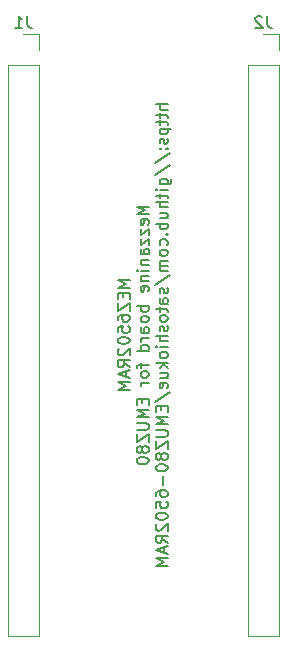
<source format=gbo>
G04 #@! TF.GenerationSoftware,KiCad,Pcbnew,(6.0.9-0)*
G04 #@! TF.CreationDate,2022-12-09T10:48:47+09:00*
G04 #@! TF.ProjectId,MEZ6502RAM,4d455a36-3530-4325-9241-4d2e6b696361,A*
G04 #@! TF.SameCoordinates,PX5f5e100PY8f0d180*
G04 #@! TF.FileFunction,Legend,Bot*
G04 #@! TF.FilePolarity,Positive*
%FSLAX46Y46*%
G04 Gerber Fmt 4.6, Leading zero omitted, Abs format (unit mm)*
G04 Created by KiCad (PCBNEW (6.0.9-0)) date 2022-12-09 10:48:47*
%MOMM*%
%LPD*%
G01*
G04 APERTURE LIST*
%ADD10C,0.150000*%
%ADD11C,0.120000*%
G04 APERTURE END LIST*
D10*
X14082380Y31336667D02*
X13082380Y31336667D01*
X13796666Y31003334D01*
X13082380Y30670000D01*
X14082380Y30670000D01*
X13558571Y30193810D02*
X13558571Y29860477D01*
X14082380Y29717620D02*
X14082380Y30193810D01*
X13082380Y30193810D01*
X13082380Y29717620D01*
X13082380Y29384286D02*
X13082380Y28717620D01*
X14082380Y29384286D01*
X14082380Y28717620D01*
X13082380Y27908096D02*
X13082380Y28098572D01*
X13130000Y28193810D01*
X13177619Y28241429D01*
X13320476Y28336667D01*
X13510952Y28384286D01*
X13891904Y28384286D01*
X13987142Y28336667D01*
X14034761Y28289048D01*
X14082380Y28193810D01*
X14082380Y28003334D01*
X14034761Y27908096D01*
X13987142Y27860477D01*
X13891904Y27812858D01*
X13653809Y27812858D01*
X13558571Y27860477D01*
X13510952Y27908096D01*
X13463333Y28003334D01*
X13463333Y28193810D01*
X13510952Y28289048D01*
X13558571Y28336667D01*
X13653809Y28384286D01*
X13082380Y26908096D02*
X13082380Y27384286D01*
X13558571Y27431905D01*
X13510952Y27384286D01*
X13463333Y27289048D01*
X13463333Y27050953D01*
X13510952Y26955715D01*
X13558571Y26908096D01*
X13653809Y26860477D01*
X13891904Y26860477D01*
X13987142Y26908096D01*
X14034761Y26955715D01*
X14082380Y27050953D01*
X14082380Y27289048D01*
X14034761Y27384286D01*
X13987142Y27431905D01*
X13082380Y26241429D02*
X13082380Y26146191D01*
X13130000Y26050953D01*
X13177619Y26003334D01*
X13272857Y25955715D01*
X13463333Y25908096D01*
X13701428Y25908096D01*
X13891904Y25955715D01*
X13987142Y26003334D01*
X14034761Y26050953D01*
X14082380Y26146191D01*
X14082380Y26241429D01*
X14034761Y26336667D01*
X13987142Y26384286D01*
X13891904Y26431905D01*
X13701428Y26479524D01*
X13463333Y26479524D01*
X13272857Y26431905D01*
X13177619Y26384286D01*
X13130000Y26336667D01*
X13082380Y26241429D01*
X13177619Y25527143D02*
X13130000Y25479524D01*
X13082380Y25384286D01*
X13082380Y25146191D01*
X13130000Y25050953D01*
X13177619Y25003334D01*
X13272857Y24955715D01*
X13368095Y24955715D01*
X13510952Y25003334D01*
X14082380Y25574762D01*
X14082380Y24955715D01*
X14082380Y23955715D02*
X13606190Y24289048D01*
X14082380Y24527143D02*
X13082380Y24527143D01*
X13082380Y24146191D01*
X13130000Y24050953D01*
X13177619Y24003334D01*
X13272857Y23955715D01*
X13415714Y23955715D01*
X13510952Y24003334D01*
X13558571Y24050953D01*
X13606190Y24146191D01*
X13606190Y24527143D01*
X13796666Y23574762D02*
X13796666Y23098572D01*
X14082380Y23670000D02*
X13082380Y23336667D01*
X14082380Y23003334D01*
X14082380Y22670000D02*
X13082380Y22670000D01*
X13796666Y22336667D01*
X13082380Y22003334D01*
X14082380Y22003334D01*
X15692380Y37550953D02*
X14692380Y37550953D01*
X15406666Y37217620D01*
X14692380Y36884286D01*
X15692380Y36884286D01*
X15644761Y36027143D02*
X15692380Y36122381D01*
X15692380Y36312858D01*
X15644761Y36408096D01*
X15549523Y36455715D01*
X15168571Y36455715D01*
X15073333Y36408096D01*
X15025714Y36312858D01*
X15025714Y36122381D01*
X15073333Y36027143D01*
X15168571Y35979524D01*
X15263809Y35979524D01*
X15359047Y36455715D01*
X15025714Y35646191D02*
X15025714Y35122381D01*
X15692380Y35646191D01*
X15692380Y35122381D01*
X15025714Y34836667D02*
X15025714Y34312858D01*
X15692380Y34836667D01*
X15692380Y34312858D01*
X15692380Y33503334D02*
X15168571Y33503334D01*
X15073333Y33550953D01*
X15025714Y33646191D01*
X15025714Y33836667D01*
X15073333Y33931905D01*
X15644761Y33503334D02*
X15692380Y33598572D01*
X15692380Y33836667D01*
X15644761Y33931905D01*
X15549523Y33979524D01*
X15454285Y33979524D01*
X15359047Y33931905D01*
X15311428Y33836667D01*
X15311428Y33598572D01*
X15263809Y33503334D01*
X15025714Y33027143D02*
X15692380Y33027143D01*
X15120952Y33027143D02*
X15073333Y32979524D01*
X15025714Y32884286D01*
X15025714Y32741429D01*
X15073333Y32646191D01*
X15168571Y32598572D01*
X15692380Y32598572D01*
X15692380Y32122381D02*
X15025714Y32122381D01*
X14692380Y32122381D02*
X14740000Y32170000D01*
X14787619Y32122381D01*
X14740000Y32074762D01*
X14692380Y32122381D01*
X14787619Y32122381D01*
X15025714Y31646191D02*
X15692380Y31646191D01*
X15120952Y31646191D02*
X15073333Y31598572D01*
X15025714Y31503334D01*
X15025714Y31360477D01*
X15073333Y31265239D01*
X15168571Y31217620D01*
X15692380Y31217620D01*
X15644761Y30360477D02*
X15692380Y30455715D01*
X15692380Y30646191D01*
X15644761Y30741429D01*
X15549523Y30789048D01*
X15168571Y30789048D01*
X15073333Y30741429D01*
X15025714Y30646191D01*
X15025714Y30455715D01*
X15073333Y30360477D01*
X15168571Y30312858D01*
X15263809Y30312858D01*
X15359047Y30789048D01*
X15692380Y29122381D02*
X14692380Y29122381D01*
X15073333Y29122381D02*
X15025714Y29027143D01*
X15025714Y28836667D01*
X15073333Y28741429D01*
X15120952Y28693810D01*
X15216190Y28646191D01*
X15501904Y28646191D01*
X15597142Y28693810D01*
X15644761Y28741429D01*
X15692380Y28836667D01*
X15692380Y29027143D01*
X15644761Y29122381D01*
X15692380Y28074762D02*
X15644761Y28170000D01*
X15597142Y28217620D01*
X15501904Y28265239D01*
X15216190Y28265239D01*
X15120952Y28217620D01*
X15073333Y28170000D01*
X15025714Y28074762D01*
X15025714Y27931905D01*
X15073333Y27836667D01*
X15120952Y27789048D01*
X15216190Y27741429D01*
X15501904Y27741429D01*
X15597142Y27789048D01*
X15644761Y27836667D01*
X15692380Y27931905D01*
X15692380Y28074762D01*
X15692380Y26884286D02*
X15168571Y26884286D01*
X15073333Y26931905D01*
X15025714Y27027143D01*
X15025714Y27217620D01*
X15073333Y27312858D01*
X15644761Y26884286D02*
X15692380Y26979524D01*
X15692380Y27217620D01*
X15644761Y27312858D01*
X15549523Y27360477D01*
X15454285Y27360477D01*
X15359047Y27312858D01*
X15311428Y27217620D01*
X15311428Y26979524D01*
X15263809Y26884286D01*
X15692380Y26408096D02*
X15025714Y26408096D01*
X15216190Y26408096D02*
X15120952Y26360477D01*
X15073333Y26312858D01*
X15025714Y26217620D01*
X15025714Y26122381D01*
X15692380Y25360477D02*
X14692380Y25360477D01*
X15644761Y25360477D02*
X15692380Y25455715D01*
X15692380Y25646191D01*
X15644761Y25741429D01*
X15597142Y25789048D01*
X15501904Y25836667D01*
X15216190Y25836667D01*
X15120952Y25789048D01*
X15073333Y25741429D01*
X15025714Y25646191D01*
X15025714Y25455715D01*
X15073333Y25360477D01*
X15025714Y24265239D02*
X15025714Y23884286D01*
X15692380Y24122381D02*
X14835238Y24122381D01*
X14740000Y24074762D01*
X14692380Y23979524D01*
X14692380Y23884286D01*
X15692380Y23408096D02*
X15644761Y23503334D01*
X15597142Y23550953D01*
X15501904Y23598572D01*
X15216190Y23598572D01*
X15120952Y23550953D01*
X15073333Y23503334D01*
X15025714Y23408096D01*
X15025714Y23265239D01*
X15073333Y23170000D01*
X15120952Y23122381D01*
X15216190Y23074762D01*
X15501904Y23074762D01*
X15597142Y23122381D01*
X15644761Y23170000D01*
X15692380Y23265239D01*
X15692380Y23408096D01*
X15692380Y22646191D02*
X15025714Y22646191D01*
X15216190Y22646191D02*
X15120952Y22598572D01*
X15073333Y22550953D01*
X15025714Y22455715D01*
X15025714Y22360477D01*
X15168571Y21265239D02*
X15168571Y20931905D01*
X15692380Y20789048D02*
X15692380Y21265239D01*
X14692380Y21265239D01*
X14692380Y20789048D01*
X15692380Y20360477D02*
X14692380Y20360477D01*
X15406666Y20027143D01*
X14692380Y19693810D01*
X15692380Y19693810D01*
X14692380Y19217620D02*
X15501904Y19217620D01*
X15597142Y19170000D01*
X15644761Y19122381D01*
X15692380Y19027143D01*
X15692380Y18836667D01*
X15644761Y18741429D01*
X15597142Y18693810D01*
X15501904Y18646191D01*
X14692380Y18646191D01*
X14692380Y18265239D02*
X14692380Y17598572D01*
X15692380Y18265239D01*
X15692380Y17598572D01*
X15120952Y17074762D02*
X15073333Y17170000D01*
X15025714Y17217620D01*
X14930476Y17265239D01*
X14882857Y17265239D01*
X14787619Y17217620D01*
X14740000Y17170000D01*
X14692380Y17074762D01*
X14692380Y16884286D01*
X14740000Y16789048D01*
X14787619Y16741429D01*
X14882857Y16693810D01*
X14930476Y16693810D01*
X15025714Y16741429D01*
X15073333Y16789048D01*
X15120952Y16884286D01*
X15120952Y17074762D01*
X15168571Y17170000D01*
X15216190Y17217620D01*
X15311428Y17265239D01*
X15501904Y17265239D01*
X15597142Y17217620D01*
X15644761Y17170000D01*
X15692380Y17074762D01*
X15692380Y16884286D01*
X15644761Y16789048D01*
X15597142Y16741429D01*
X15501904Y16693810D01*
X15311428Y16693810D01*
X15216190Y16741429D01*
X15168571Y16789048D01*
X15120952Y16884286D01*
X14692380Y16074762D02*
X14692380Y15979524D01*
X14740000Y15884286D01*
X14787619Y15836667D01*
X14882857Y15789048D01*
X15073333Y15741429D01*
X15311428Y15741429D01*
X15501904Y15789048D01*
X15597142Y15836667D01*
X15644761Y15884286D01*
X15692380Y15979524D01*
X15692380Y16074762D01*
X15644761Y16170000D01*
X15597142Y16217620D01*
X15501904Y16265239D01*
X15311428Y16312858D01*
X15073333Y16312858D01*
X14882857Y16265239D01*
X14787619Y16217620D01*
X14740000Y16170000D01*
X14692380Y16074762D01*
X17302380Y46193810D02*
X16302380Y46193810D01*
X17302380Y45765239D02*
X16778571Y45765239D01*
X16683333Y45812858D01*
X16635714Y45908096D01*
X16635714Y46050953D01*
X16683333Y46146191D01*
X16730952Y46193810D01*
X16635714Y45431905D02*
X16635714Y45050953D01*
X16302380Y45289048D02*
X17159523Y45289048D01*
X17254761Y45241429D01*
X17302380Y45146191D01*
X17302380Y45050953D01*
X16635714Y44860477D02*
X16635714Y44479524D01*
X16302380Y44717620D02*
X17159523Y44717620D01*
X17254761Y44670000D01*
X17302380Y44574762D01*
X17302380Y44479524D01*
X16635714Y44146191D02*
X17635714Y44146191D01*
X16683333Y44146191D02*
X16635714Y44050953D01*
X16635714Y43860477D01*
X16683333Y43765239D01*
X16730952Y43717620D01*
X16826190Y43670000D01*
X17111904Y43670000D01*
X17207142Y43717620D01*
X17254761Y43765239D01*
X17302380Y43860477D01*
X17302380Y44050953D01*
X17254761Y44146191D01*
X17254761Y43289048D02*
X17302380Y43193810D01*
X17302380Y43003334D01*
X17254761Y42908096D01*
X17159523Y42860477D01*
X17111904Y42860477D01*
X17016666Y42908096D01*
X16969047Y43003334D01*
X16969047Y43146191D01*
X16921428Y43241429D01*
X16826190Y43289048D01*
X16778571Y43289048D01*
X16683333Y43241429D01*
X16635714Y43146191D01*
X16635714Y43003334D01*
X16683333Y42908096D01*
X17207142Y42431905D02*
X17254761Y42384286D01*
X17302380Y42431905D01*
X17254761Y42479524D01*
X17207142Y42431905D01*
X17302380Y42431905D01*
X16683333Y42431905D02*
X16730952Y42384286D01*
X16778571Y42431905D01*
X16730952Y42479524D01*
X16683333Y42431905D01*
X16778571Y42431905D01*
X16254761Y41241429D02*
X17540476Y42098572D01*
X16254761Y40193810D02*
X17540476Y41050953D01*
X16635714Y39431905D02*
X17445238Y39431905D01*
X17540476Y39479524D01*
X17588095Y39527143D01*
X17635714Y39622381D01*
X17635714Y39765239D01*
X17588095Y39860477D01*
X17254761Y39431905D02*
X17302380Y39527143D01*
X17302380Y39717620D01*
X17254761Y39812858D01*
X17207142Y39860477D01*
X17111904Y39908096D01*
X16826190Y39908096D01*
X16730952Y39860477D01*
X16683333Y39812858D01*
X16635714Y39717620D01*
X16635714Y39527143D01*
X16683333Y39431905D01*
X17302380Y38955715D02*
X16635714Y38955715D01*
X16302380Y38955715D02*
X16350000Y39003334D01*
X16397619Y38955715D01*
X16350000Y38908096D01*
X16302380Y38955715D01*
X16397619Y38955715D01*
X16635714Y38622381D02*
X16635714Y38241429D01*
X16302380Y38479524D02*
X17159523Y38479524D01*
X17254761Y38431905D01*
X17302380Y38336667D01*
X17302380Y38241429D01*
X17302380Y37908096D02*
X16302380Y37908096D01*
X17302380Y37479524D02*
X16778571Y37479524D01*
X16683333Y37527143D01*
X16635714Y37622381D01*
X16635714Y37765239D01*
X16683333Y37860477D01*
X16730952Y37908096D01*
X16635714Y36574762D02*
X17302380Y36574762D01*
X16635714Y37003334D02*
X17159523Y37003334D01*
X17254761Y36955715D01*
X17302380Y36860477D01*
X17302380Y36717620D01*
X17254761Y36622381D01*
X17207142Y36574762D01*
X17302380Y36098572D02*
X16302380Y36098572D01*
X16683333Y36098572D02*
X16635714Y36003334D01*
X16635714Y35812858D01*
X16683333Y35717620D01*
X16730952Y35670000D01*
X16826190Y35622381D01*
X17111904Y35622381D01*
X17207142Y35670000D01*
X17254761Y35717620D01*
X17302380Y35812858D01*
X17302380Y36003334D01*
X17254761Y36098572D01*
X17207142Y35193810D02*
X17254761Y35146191D01*
X17302380Y35193810D01*
X17254761Y35241429D01*
X17207142Y35193810D01*
X17302380Y35193810D01*
X17254761Y34289048D02*
X17302380Y34384286D01*
X17302380Y34574762D01*
X17254761Y34670000D01*
X17207142Y34717620D01*
X17111904Y34765239D01*
X16826190Y34765239D01*
X16730952Y34717620D01*
X16683333Y34670000D01*
X16635714Y34574762D01*
X16635714Y34384286D01*
X16683333Y34289048D01*
X17302380Y33717620D02*
X17254761Y33812858D01*
X17207142Y33860477D01*
X17111904Y33908096D01*
X16826190Y33908096D01*
X16730952Y33860477D01*
X16683333Y33812858D01*
X16635714Y33717620D01*
X16635714Y33574762D01*
X16683333Y33479524D01*
X16730952Y33431905D01*
X16826190Y33384286D01*
X17111904Y33384286D01*
X17207142Y33431905D01*
X17254761Y33479524D01*
X17302380Y33574762D01*
X17302380Y33717620D01*
X17302380Y32955715D02*
X16635714Y32955715D01*
X16730952Y32955715D02*
X16683333Y32908096D01*
X16635714Y32812858D01*
X16635714Y32670000D01*
X16683333Y32574762D01*
X16778571Y32527143D01*
X17302380Y32527143D01*
X16778571Y32527143D02*
X16683333Y32479524D01*
X16635714Y32384286D01*
X16635714Y32241429D01*
X16683333Y32146191D01*
X16778571Y32098572D01*
X17302380Y32098572D01*
X16254761Y30908096D02*
X17540476Y31765239D01*
X17254761Y30622381D02*
X17302380Y30527143D01*
X17302380Y30336667D01*
X17254761Y30241429D01*
X17159523Y30193810D01*
X17111904Y30193810D01*
X17016666Y30241429D01*
X16969047Y30336667D01*
X16969047Y30479524D01*
X16921428Y30574762D01*
X16826190Y30622381D01*
X16778571Y30622381D01*
X16683333Y30574762D01*
X16635714Y30479524D01*
X16635714Y30336667D01*
X16683333Y30241429D01*
X17302380Y29336667D02*
X16778571Y29336667D01*
X16683333Y29384286D01*
X16635714Y29479524D01*
X16635714Y29670000D01*
X16683333Y29765239D01*
X17254761Y29336667D02*
X17302380Y29431905D01*
X17302380Y29670000D01*
X17254761Y29765239D01*
X17159523Y29812858D01*
X17064285Y29812858D01*
X16969047Y29765239D01*
X16921428Y29670000D01*
X16921428Y29431905D01*
X16873809Y29336667D01*
X16635714Y29003334D02*
X16635714Y28622381D01*
X16302380Y28860477D02*
X17159523Y28860477D01*
X17254761Y28812858D01*
X17302380Y28717620D01*
X17302380Y28622381D01*
X17302380Y28146191D02*
X17254761Y28241429D01*
X17207142Y28289048D01*
X17111904Y28336667D01*
X16826190Y28336667D01*
X16730952Y28289048D01*
X16683333Y28241429D01*
X16635714Y28146191D01*
X16635714Y28003334D01*
X16683333Y27908096D01*
X16730952Y27860477D01*
X16826190Y27812858D01*
X17111904Y27812858D01*
X17207142Y27860477D01*
X17254761Y27908096D01*
X17302380Y28003334D01*
X17302380Y28146191D01*
X17254761Y27431905D02*
X17302380Y27336667D01*
X17302380Y27146191D01*
X17254761Y27050953D01*
X17159523Y27003334D01*
X17111904Y27003334D01*
X17016666Y27050953D01*
X16969047Y27146191D01*
X16969047Y27289048D01*
X16921428Y27384286D01*
X16826190Y27431905D01*
X16778571Y27431905D01*
X16683333Y27384286D01*
X16635714Y27289048D01*
X16635714Y27146191D01*
X16683333Y27050953D01*
X17302380Y26574762D02*
X16302380Y26574762D01*
X17302380Y26146191D02*
X16778571Y26146191D01*
X16683333Y26193810D01*
X16635714Y26289048D01*
X16635714Y26431905D01*
X16683333Y26527143D01*
X16730952Y26574762D01*
X17302380Y25670000D02*
X16635714Y25670000D01*
X16302380Y25670000D02*
X16350000Y25717620D01*
X16397619Y25670000D01*
X16350000Y25622381D01*
X16302380Y25670000D01*
X16397619Y25670000D01*
X17302380Y25050953D02*
X17254761Y25146191D01*
X17207142Y25193810D01*
X17111904Y25241429D01*
X16826190Y25241429D01*
X16730952Y25193810D01*
X16683333Y25146191D01*
X16635714Y25050953D01*
X16635714Y24908096D01*
X16683333Y24812858D01*
X16730952Y24765239D01*
X16826190Y24717620D01*
X17111904Y24717620D01*
X17207142Y24765239D01*
X17254761Y24812858D01*
X17302380Y24908096D01*
X17302380Y25050953D01*
X17302380Y24289048D02*
X16302380Y24289048D01*
X16921428Y24193810D02*
X17302380Y23908096D01*
X16635714Y23908096D02*
X17016666Y24289048D01*
X16635714Y23050953D02*
X17302380Y23050953D01*
X16635714Y23479524D02*
X17159523Y23479524D01*
X17254761Y23431905D01*
X17302380Y23336667D01*
X17302380Y23193810D01*
X17254761Y23098572D01*
X17207142Y23050953D01*
X17254761Y22193810D02*
X17302380Y22289048D01*
X17302380Y22479524D01*
X17254761Y22574762D01*
X17159523Y22622381D01*
X16778571Y22622381D01*
X16683333Y22574762D01*
X16635714Y22479524D01*
X16635714Y22289048D01*
X16683333Y22193810D01*
X16778571Y22146191D01*
X16873809Y22146191D01*
X16969047Y22622381D01*
X16254761Y21003334D02*
X17540476Y21860477D01*
X16778571Y20670000D02*
X16778571Y20336667D01*
X17302380Y20193810D02*
X17302380Y20670000D01*
X16302380Y20670000D01*
X16302380Y20193810D01*
X17302380Y19765239D02*
X16302380Y19765239D01*
X17016666Y19431905D01*
X16302380Y19098572D01*
X17302380Y19098572D01*
X16302380Y18622381D02*
X17111904Y18622381D01*
X17207142Y18574762D01*
X17254761Y18527143D01*
X17302380Y18431905D01*
X17302380Y18241429D01*
X17254761Y18146191D01*
X17207142Y18098572D01*
X17111904Y18050953D01*
X16302380Y18050953D01*
X16302380Y17670000D02*
X16302380Y17003334D01*
X17302380Y17670000D01*
X17302380Y17003334D01*
X16730952Y16479524D02*
X16683333Y16574762D01*
X16635714Y16622381D01*
X16540476Y16670001D01*
X16492857Y16670001D01*
X16397619Y16622381D01*
X16350000Y16574762D01*
X16302380Y16479524D01*
X16302380Y16289048D01*
X16350000Y16193810D01*
X16397619Y16146191D01*
X16492857Y16098572D01*
X16540476Y16098572D01*
X16635714Y16146191D01*
X16683333Y16193810D01*
X16730952Y16289048D01*
X16730952Y16479524D01*
X16778571Y16574762D01*
X16826190Y16622381D01*
X16921428Y16670001D01*
X17111904Y16670001D01*
X17207142Y16622381D01*
X17254761Y16574762D01*
X17302380Y16479524D01*
X17302380Y16289048D01*
X17254761Y16193810D01*
X17207142Y16146191D01*
X17111904Y16098572D01*
X16921428Y16098572D01*
X16826190Y16146191D01*
X16778571Y16193810D01*
X16730952Y16289048D01*
X16302380Y15479524D02*
X16302380Y15384286D01*
X16350000Y15289048D01*
X16397619Y15241429D01*
X16492857Y15193810D01*
X16683333Y15146191D01*
X16921428Y15146191D01*
X17111904Y15193810D01*
X17207142Y15241429D01*
X17254761Y15289048D01*
X17302380Y15384286D01*
X17302380Y15479524D01*
X17254761Y15574762D01*
X17207142Y15622381D01*
X17111904Y15670000D01*
X16921428Y15717620D01*
X16683333Y15717620D01*
X16492857Y15670000D01*
X16397619Y15622381D01*
X16350000Y15574762D01*
X16302380Y15479524D01*
X16921428Y14717620D02*
X16921428Y13955715D01*
X16302380Y13050953D02*
X16302380Y13241429D01*
X16350000Y13336667D01*
X16397619Y13384286D01*
X16540476Y13479524D01*
X16730952Y13527143D01*
X17111904Y13527143D01*
X17207142Y13479524D01*
X17254761Y13431905D01*
X17302380Y13336667D01*
X17302380Y13146191D01*
X17254761Y13050953D01*
X17207142Y13003334D01*
X17111904Y12955715D01*
X16873809Y12955715D01*
X16778571Y13003334D01*
X16730952Y13050953D01*
X16683333Y13146191D01*
X16683333Y13336667D01*
X16730952Y13431905D01*
X16778571Y13479524D01*
X16873809Y13527143D01*
X16302380Y12050953D02*
X16302380Y12527143D01*
X16778571Y12574762D01*
X16730952Y12527143D01*
X16683333Y12431905D01*
X16683333Y12193810D01*
X16730952Y12098572D01*
X16778571Y12050953D01*
X16873809Y12003334D01*
X17111904Y12003334D01*
X17207142Y12050953D01*
X17254761Y12098572D01*
X17302380Y12193810D01*
X17302380Y12431905D01*
X17254761Y12527143D01*
X17207142Y12574762D01*
X16302380Y11384286D02*
X16302380Y11289048D01*
X16350000Y11193810D01*
X16397619Y11146191D01*
X16492857Y11098572D01*
X16683333Y11050953D01*
X16921428Y11050953D01*
X17111904Y11098572D01*
X17207142Y11146191D01*
X17254761Y11193810D01*
X17302380Y11289048D01*
X17302380Y11384286D01*
X17254761Y11479524D01*
X17207142Y11527143D01*
X17111904Y11574762D01*
X16921428Y11622381D01*
X16683333Y11622381D01*
X16492857Y11574762D01*
X16397619Y11527143D01*
X16350000Y11479524D01*
X16302380Y11384286D01*
X16397619Y10670000D02*
X16350000Y10622381D01*
X16302380Y10527143D01*
X16302380Y10289048D01*
X16350000Y10193810D01*
X16397619Y10146191D01*
X16492857Y10098572D01*
X16588095Y10098572D01*
X16730952Y10146191D01*
X17302380Y10717620D01*
X17302380Y10098572D01*
X17302380Y9098572D02*
X16826190Y9431905D01*
X17302380Y9670000D02*
X16302380Y9670000D01*
X16302380Y9289048D01*
X16350000Y9193810D01*
X16397619Y9146191D01*
X16492857Y9098572D01*
X16635714Y9098572D01*
X16730952Y9146191D01*
X16778571Y9193810D01*
X16826190Y9289048D01*
X16826190Y9670000D01*
X17016666Y8717620D02*
X17016666Y8241429D01*
X17302380Y8812858D02*
X16302380Y8479524D01*
X17302380Y8146191D01*
X17302380Y7812858D02*
X16302380Y7812858D01*
X17016666Y7479524D01*
X16302380Y7146191D01*
X17302380Y7146191D01*
X5418333Y53682620D02*
X5418333Y52968334D01*
X5465952Y52825477D01*
X5561190Y52730239D01*
X5704047Y52682620D01*
X5799285Y52682620D01*
X4418333Y52682620D02*
X4989761Y52682620D01*
X4704047Y52682620D02*
X4704047Y53682620D01*
X4799285Y53539762D01*
X4894523Y53444524D01*
X4989761Y53396905D01*
X25738333Y53677620D02*
X25738333Y52963334D01*
X25785952Y52820477D01*
X25881190Y52725239D01*
X26024047Y52677620D01*
X26119285Y52677620D01*
X25309761Y53582381D02*
X25262142Y53630000D01*
X25166904Y53677620D01*
X24928809Y53677620D01*
X24833571Y53630000D01*
X24785952Y53582381D01*
X24738333Y53487143D01*
X24738333Y53391905D01*
X24785952Y53249048D01*
X25357380Y52677620D01*
X24738333Y52677620D01*
D11*
X6415000Y49535000D02*
X3755000Y49535000D01*
X6415000Y52135000D02*
X5085000Y52135000D01*
X6415000Y50805000D02*
X6415000Y52135000D01*
X6415000Y1215000D02*
X3755000Y1215000D01*
X6415000Y49535000D02*
X6415000Y1215000D01*
X3755000Y49535000D02*
X3755000Y1215000D01*
X26735000Y49530000D02*
X26735000Y1210000D01*
X26735000Y52130000D02*
X25405000Y52130000D01*
X26735000Y50800000D02*
X26735000Y52130000D01*
X26735000Y49530000D02*
X24075000Y49530000D01*
X26735000Y1210000D02*
X24075000Y1210000D01*
X24075000Y49530000D02*
X24075000Y1210000D01*
M02*

</source>
